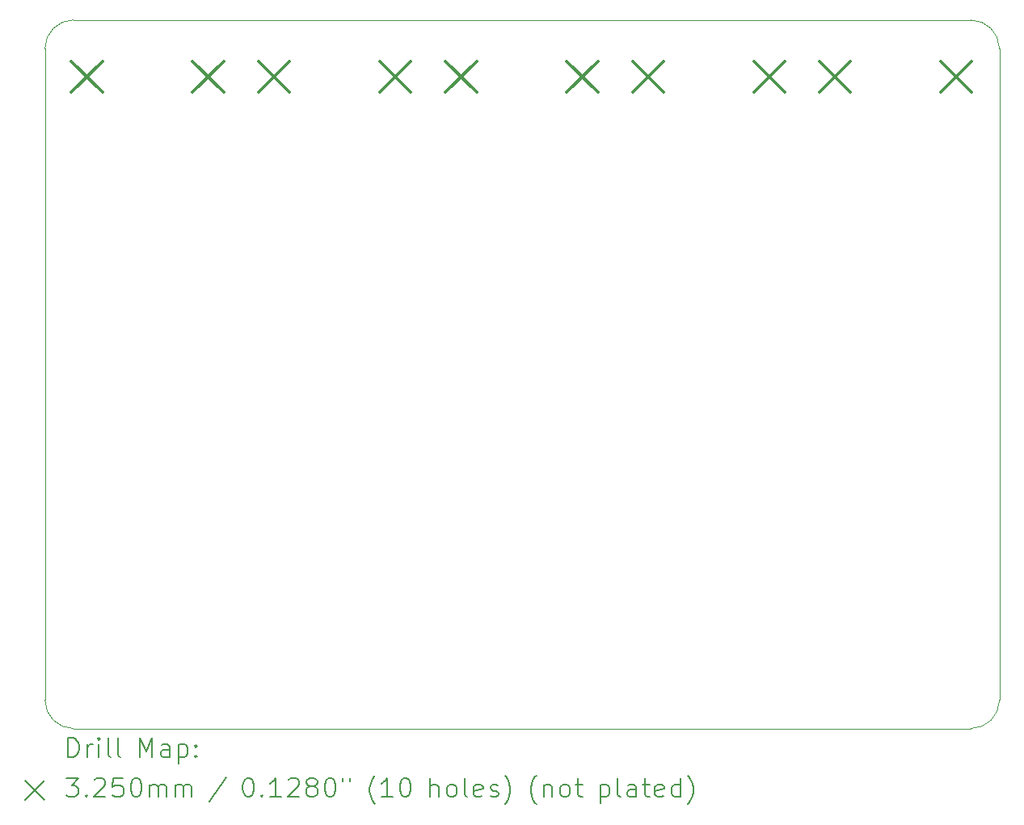
<source format=gbr>
%TF.GenerationSoftware,KiCad,Pcbnew,(7.0.0)*%
%TF.CreationDate,2023-06-14T17:51:45+02:00*%
%TF.ProjectId,Switch ETHERNET,53776974-6368-4204-9554-4845524e4554,rev?*%
%TF.SameCoordinates,Original*%
%TF.FileFunction,Drillmap*%
%TF.FilePolarity,Positive*%
%FSLAX45Y45*%
G04 Gerber Fmt 4.5, Leading zero omitted, Abs format (unit mm)*
G04 Created by KiCad (PCBNEW (7.0.0)) date 2023-06-14 17:51:45*
%MOMM*%
%LPD*%
G01*
G04 APERTURE LIST*
%ADD10C,0.100000*%
%ADD11C,0.200000*%
%ADD12C,0.325000*%
G04 APERTURE END LIST*
D10*
X15000000Y-9700000D02*
G75*
G03*
X15300000Y-10000000I300000J0D01*
G01*
X24700000Y-10000000D02*
G75*
G03*
X25000000Y-9700000I0J300000D01*
G01*
X15300000Y-10000000D02*
X24700000Y-10000000D01*
X25000000Y-9700000D02*
X24999000Y-2876000D01*
X15000000Y-9700000D02*
X15000000Y-2875000D01*
X24699000Y-2576000D02*
X15300000Y-2575000D01*
X24999000Y-2876000D02*
G75*
G03*
X24699000Y-2576000I-300000J0D01*
G01*
X15300000Y-2575000D02*
G75*
G03*
X15000000Y-2875000I0J-300000D01*
G01*
D11*
D12*
X15277900Y-3006500D02*
X15602900Y-3331500D01*
X15602900Y-3006500D02*
X15277900Y-3331500D01*
X16547900Y-3006500D02*
X16872900Y-3331500D01*
X16872900Y-3006500D02*
X16547900Y-3331500D01*
X17236700Y-3006500D02*
X17561700Y-3331500D01*
X17561700Y-3006500D02*
X17236700Y-3331500D01*
X18506700Y-3006500D02*
X18831700Y-3331500D01*
X18831700Y-3006500D02*
X18506700Y-3331500D01*
X19196500Y-3006500D02*
X19521500Y-3331500D01*
X19521500Y-3006500D02*
X19196500Y-3331500D01*
X20466500Y-3006500D02*
X20791500Y-3331500D01*
X20791500Y-3006500D02*
X20466500Y-3331500D01*
X21155100Y-3006500D02*
X21480100Y-3331500D01*
X21480100Y-3006500D02*
X21155100Y-3331500D01*
X22425100Y-3006500D02*
X22750100Y-3331500D01*
X22750100Y-3006500D02*
X22425100Y-3331500D01*
X23112500Y-3006500D02*
X23437500Y-3331500D01*
X23437500Y-3006500D02*
X23112500Y-3331500D01*
X24382500Y-3006500D02*
X24707500Y-3331500D01*
X24707500Y-3006500D02*
X24382500Y-3331500D01*
D11*
X15242619Y-10298476D02*
X15242619Y-10098476D01*
X15242619Y-10098476D02*
X15290238Y-10098476D01*
X15290238Y-10098476D02*
X15318809Y-10108000D01*
X15318809Y-10108000D02*
X15337857Y-10127048D01*
X15337857Y-10127048D02*
X15347381Y-10146095D01*
X15347381Y-10146095D02*
X15356905Y-10184190D01*
X15356905Y-10184190D02*
X15356905Y-10212762D01*
X15356905Y-10212762D02*
X15347381Y-10250857D01*
X15347381Y-10250857D02*
X15337857Y-10269905D01*
X15337857Y-10269905D02*
X15318809Y-10288952D01*
X15318809Y-10288952D02*
X15290238Y-10298476D01*
X15290238Y-10298476D02*
X15242619Y-10298476D01*
X15442619Y-10298476D02*
X15442619Y-10165143D01*
X15442619Y-10203238D02*
X15452143Y-10184190D01*
X15452143Y-10184190D02*
X15461667Y-10174667D01*
X15461667Y-10174667D02*
X15480714Y-10165143D01*
X15480714Y-10165143D02*
X15499762Y-10165143D01*
X15566428Y-10298476D02*
X15566428Y-10165143D01*
X15566428Y-10098476D02*
X15556905Y-10108000D01*
X15556905Y-10108000D02*
X15566428Y-10117524D01*
X15566428Y-10117524D02*
X15575952Y-10108000D01*
X15575952Y-10108000D02*
X15566428Y-10098476D01*
X15566428Y-10098476D02*
X15566428Y-10117524D01*
X15690238Y-10298476D02*
X15671190Y-10288952D01*
X15671190Y-10288952D02*
X15661667Y-10269905D01*
X15661667Y-10269905D02*
X15661667Y-10098476D01*
X15795000Y-10298476D02*
X15775952Y-10288952D01*
X15775952Y-10288952D02*
X15766428Y-10269905D01*
X15766428Y-10269905D02*
X15766428Y-10098476D01*
X15991190Y-10298476D02*
X15991190Y-10098476D01*
X15991190Y-10098476D02*
X16057857Y-10241333D01*
X16057857Y-10241333D02*
X16124524Y-10098476D01*
X16124524Y-10098476D02*
X16124524Y-10298476D01*
X16305476Y-10298476D02*
X16305476Y-10193714D01*
X16305476Y-10193714D02*
X16295952Y-10174667D01*
X16295952Y-10174667D02*
X16276905Y-10165143D01*
X16276905Y-10165143D02*
X16238809Y-10165143D01*
X16238809Y-10165143D02*
X16219762Y-10174667D01*
X16305476Y-10288952D02*
X16286428Y-10298476D01*
X16286428Y-10298476D02*
X16238809Y-10298476D01*
X16238809Y-10298476D02*
X16219762Y-10288952D01*
X16219762Y-10288952D02*
X16210238Y-10269905D01*
X16210238Y-10269905D02*
X16210238Y-10250857D01*
X16210238Y-10250857D02*
X16219762Y-10231810D01*
X16219762Y-10231810D02*
X16238809Y-10222286D01*
X16238809Y-10222286D02*
X16286428Y-10222286D01*
X16286428Y-10222286D02*
X16305476Y-10212762D01*
X16400714Y-10165143D02*
X16400714Y-10365143D01*
X16400714Y-10174667D02*
X16419762Y-10165143D01*
X16419762Y-10165143D02*
X16457857Y-10165143D01*
X16457857Y-10165143D02*
X16476905Y-10174667D01*
X16476905Y-10174667D02*
X16486428Y-10184190D01*
X16486428Y-10184190D02*
X16495952Y-10203238D01*
X16495952Y-10203238D02*
X16495952Y-10260381D01*
X16495952Y-10260381D02*
X16486428Y-10279429D01*
X16486428Y-10279429D02*
X16476905Y-10288952D01*
X16476905Y-10288952D02*
X16457857Y-10298476D01*
X16457857Y-10298476D02*
X16419762Y-10298476D01*
X16419762Y-10298476D02*
X16400714Y-10288952D01*
X16581667Y-10279429D02*
X16591190Y-10288952D01*
X16591190Y-10288952D02*
X16581667Y-10298476D01*
X16581667Y-10298476D02*
X16572143Y-10288952D01*
X16572143Y-10288952D02*
X16581667Y-10279429D01*
X16581667Y-10279429D02*
X16581667Y-10298476D01*
X16581667Y-10174667D02*
X16591190Y-10184190D01*
X16591190Y-10184190D02*
X16581667Y-10193714D01*
X16581667Y-10193714D02*
X16572143Y-10184190D01*
X16572143Y-10184190D02*
X16581667Y-10174667D01*
X16581667Y-10174667D02*
X16581667Y-10193714D01*
X14795000Y-10545000D02*
X14995000Y-10745000D01*
X14995000Y-10545000D02*
X14795000Y-10745000D01*
X15223571Y-10518476D02*
X15347381Y-10518476D01*
X15347381Y-10518476D02*
X15280714Y-10594667D01*
X15280714Y-10594667D02*
X15309286Y-10594667D01*
X15309286Y-10594667D02*
X15328333Y-10604190D01*
X15328333Y-10604190D02*
X15337857Y-10613714D01*
X15337857Y-10613714D02*
X15347381Y-10632762D01*
X15347381Y-10632762D02*
X15347381Y-10680381D01*
X15347381Y-10680381D02*
X15337857Y-10699429D01*
X15337857Y-10699429D02*
X15328333Y-10708952D01*
X15328333Y-10708952D02*
X15309286Y-10718476D01*
X15309286Y-10718476D02*
X15252143Y-10718476D01*
X15252143Y-10718476D02*
X15233095Y-10708952D01*
X15233095Y-10708952D02*
X15223571Y-10699429D01*
X15433095Y-10699429D02*
X15442619Y-10708952D01*
X15442619Y-10708952D02*
X15433095Y-10718476D01*
X15433095Y-10718476D02*
X15423571Y-10708952D01*
X15423571Y-10708952D02*
X15433095Y-10699429D01*
X15433095Y-10699429D02*
X15433095Y-10718476D01*
X15518809Y-10537524D02*
X15528333Y-10528000D01*
X15528333Y-10528000D02*
X15547381Y-10518476D01*
X15547381Y-10518476D02*
X15595000Y-10518476D01*
X15595000Y-10518476D02*
X15614048Y-10528000D01*
X15614048Y-10528000D02*
X15623571Y-10537524D01*
X15623571Y-10537524D02*
X15633095Y-10556571D01*
X15633095Y-10556571D02*
X15633095Y-10575619D01*
X15633095Y-10575619D02*
X15623571Y-10604190D01*
X15623571Y-10604190D02*
X15509286Y-10718476D01*
X15509286Y-10718476D02*
X15633095Y-10718476D01*
X15814048Y-10518476D02*
X15718809Y-10518476D01*
X15718809Y-10518476D02*
X15709286Y-10613714D01*
X15709286Y-10613714D02*
X15718809Y-10604190D01*
X15718809Y-10604190D02*
X15737857Y-10594667D01*
X15737857Y-10594667D02*
X15785476Y-10594667D01*
X15785476Y-10594667D02*
X15804524Y-10604190D01*
X15804524Y-10604190D02*
X15814048Y-10613714D01*
X15814048Y-10613714D02*
X15823571Y-10632762D01*
X15823571Y-10632762D02*
X15823571Y-10680381D01*
X15823571Y-10680381D02*
X15814048Y-10699429D01*
X15814048Y-10699429D02*
X15804524Y-10708952D01*
X15804524Y-10708952D02*
X15785476Y-10718476D01*
X15785476Y-10718476D02*
X15737857Y-10718476D01*
X15737857Y-10718476D02*
X15718809Y-10708952D01*
X15718809Y-10708952D02*
X15709286Y-10699429D01*
X15947381Y-10518476D02*
X15966429Y-10518476D01*
X15966429Y-10518476D02*
X15985476Y-10528000D01*
X15985476Y-10528000D02*
X15995000Y-10537524D01*
X15995000Y-10537524D02*
X16004524Y-10556571D01*
X16004524Y-10556571D02*
X16014048Y-10594667D01*
X16014048Y-10594667D02*
X16014048Y-10642286D01*
X16014048Y-10642286D02*
X16004524Y-10680381D01*
X16004524Y-10680381D02*
X15995000Y-10699429D01*
X15995000Y-10699429D02*
X15985476Y-10708952D01*
X15985476Y-10708952D02*
X15966429Y-10718476D01*
X15966429Y-10718476D02*
X15947381Y-10718476D01*
X15947381Y-10718476D02*
X15928333Y-10708952D01*
X15928333Y-10708952D02*
X15918809Y-10699429D01*
X15918809Y-10699429D02*
X15909286Y-10680381D01*
X15909286Y-10680381D02*
X15899762Y-10642286D01*
X15899762Y-10642286D02*
X15899762Y-10594667D01*
X15899762Y-10594667D02*
X15909286Y-10556571D01*
X15909286Y-10556571D02*
X15918809Y-10537524D01*
X15918809Y-10537524D02*
X15928333Y-10528000D01*
X15928333Y-10528000D02*
X15947381Y-10518476D01*
X16099762Y-10718476D02*
X16099762Y-10585143D01*
X16099762Y-10604190D02*
X16109286Y-10594667D01*
X16109286Y-10594667D02*
X16128333Y-10585143D01*
X16128333Y-10585143D02*
X16156905Y-10585143D01*
X16156905Y-10585143D02*
X16175952Y-10594667D01*
X16175952Y-10594667D02*
X16185476Y-10613714D01*
X16185476Y-10613714D02*
X16185476Y-10718476D01*
X16185476Y-10613714D02*
X16195000Y-10594667D01*
X16195000Y-10594667D02*
X16214048Y-10585143D01*
X16214048Y-10585143D02*
X16242619Y-10585143D01*
X16242619Y-10585143D02*
X16261667Y-10594667D01*
X16261667Y-10594667D02*
X16271190Y-10613714D01*
X16271190Y-10613714D02*
X16271190Y-10718476D01*
X16366429Y-10718476D02*
X16366429Y-10585143D01*
X16366429Y-10604190D02*
X16375952Y-10594667D01*
X16375952Y-10594667D02*
X16395000Y-10585143D01*
X16395000Y-10585143D02*
X16423571Y-10585143D01*
X16423571Y-10585143D02*
X16442619Y-10594667D01*
X16442619Y-10594667D02*
X16452143Y-10613714D01*
X16452143Y-10613714D02*
X16452143Y-10718476D01*
X16452143Y-10613714D02*
X16461667Y-10594667D01*
X16461667Y-10594667D02*
X16480714Y-10585143D01*
X16480714Y-10585143D02*
X16509286Y-10585143D01*
X16509286Y-10585143D02*
X16528333Y-10594667D01*
X16528333Y-10594667D02*
X16537857Y-10613714D01*
X16537857Y-10613714D02*
X16537857Y-10718476D01*
X16895952Y-10508952D02*
X16724524Y-10766095D01*
X17120714Y-10518476D02*
X17139762Y-10518476D01*
X17139762Y-10518476D02*
X17158810Y-10528000D01*
X17158810Y-10528000D02*
X17168333Y-10537524D01*
X17168333Y-10537524D02*
X17177857Y-10556571D01*
X17177857Y-10556571D02*
X17187381Y-10594667D01*
X17187381Y-10594667D02*
X17187381Y-10642286D01*
X17187381Y-10642286D02*
X17177857Y-10680381D01*
X17177857Y-10680381D02*
X17168333Y-10699429D01*
X17168333Y-10699429D02*
X17158810Y-10708952D01*
X17158810Y-10708952D02*
X17139762Y-10718476D01*
X17139762Y-10718476D02*
X17120714Y-10718476D01*
X17120714Y-10718476D02*
X17101667Y-10708952D01*
X17101667Y-10708952D02*
X17092143Y-10699429D01*
X17092143Y-10699429D02*
X17082619Y-10680381D01*
X17082619Y-10680381D02*
X17073095Y-10642286D01*
X17073095Y-10642286D02*
X17073095Y-10594667D01*
X17073095Y-10594667D02*
X17082619Y-10556571D01*
X17082619Y-10556571D02*
X17092143Y-10537524D01*
X17092143Y-10537524D02*
X17101667Y-10528000D01*
X17101667Y-10528000D02*
X17120714Y-10518476D01*
X17273095Y-10699429D02*
X17282619Y-10708952D01*
X17282619Y-10708952D02*
X17273095Y-10718476D01*
X17273095Y-10718476D02*
X17263572Y-10708952D01*
X17263572Y-10708952D02*
X17273095Y-10699429D01*
X17273095Y-10699429D02*
X17273095Y-10718476D01*
X17473095Y-10718476D02*
X17358810Y-10718476D01*
X17415952Y-10718476D02*
X17415952Y-10518476D01*
X17415952Y-10518476D02*
X17396905Y-10547048D01*
X17396905Y-10547048D02*
X17377857Y-10566095D01*
X17377857Y-10566095D02*
X17358810Y-10575619D01*
X17549286Y-10537524D02*
X17558810Y-10528000D01*
X17558810Y-10528000D02*
X17577857Y-10518476D01*
X17577857Y-10518476D02*
X17625476Y-10518476D01*
X17625476Y-10518476D02*
X17644524Y-10528000D01*
X17644524Y-10528000D02*
X17654048Y-10537524D01*
X17654048Y-10537524D02*
X17663572Y-10556571D01*
X17663572Y-10556571D02*
X17663572Y-10575619D01*
X17663572Y-10575619D02*
X17654048Y-10604190D01*
X17654048Y-10604190D02*
X17539762Y-10718476D01*
X17539762Y-10718476D02*
X17663572Y-10718476D01*
X17777857Y-10604190D02*
X17758810Y-10594667D01*
X17758810Y-10594667D02*
X17749286Y-10585143D01*
X17749286Y-10585143D02*
X17739762Y-10566095D01*
X17739762Y-10566095D02*
X17739762Y-10556571D01*
X17739762Y-10556571D02*
X17749286Y-10537524D01*
X17749286Y-10537524D02*
X17758810Y-10528000D01*
X17758810Y-10528000D02*
X17777857Y-10518476D01*
X17777857Y-10518476D02*
X17815953Y-10518476D01*
X17815953Y-10518476D02*
X17835000Y-10528000D01*
X17835000Y-10528000D02*
X17844524Y-10537524D01*
X17844524Y-10537524D02*
X17854048Y-10556571D01*
X17854048Y-10556571D02*
X17854048Y-10566095D01*
X17854048Y-10566095D02*
X17844524Y-10585143D01*
X17844524Y-10585143D02*
X17835000Y-10594667D01*
X17835000Y-10594667D02*
X17815953Y-10604190D01*
X17815953Y-10604190D02*
X17777857Y-10604190D01*
X17777857Y-10604190D02*
X17758810Y-10613714D01*
X17758810Y-10613714D02*
X17749286Y-10623238D01*
X17749286Y-10623238D02*
X17739762Y-10642286D01*
X17739762Y-10642286D02*
X17739762Y-10680381D01*
X17739762Y-10680381D02*
X17749286Y-10699429D01*
X17749286Y-10699429D02*
X17758810Y-10708952D01*
X17758810Y-10708952D02*
X17777857Y-10718476D01*
X17777857Y-10718476D02*
X17815953Y-10718476D01*
X17815953Y-10718476D02*
X17835000Y-10708952D01*
X17835000Y-10708952D02*
X17844524Y-10699429D01*
X17844524Y-10699429D02*
X17854048Y-10680381D01*
X17854048Y-10680381D02*
X17854048Y-10642286D01*
X17854048Y-10642286D02*
X17844524Y-10623238D01*
X17844524Y-10623238D02*
X17835000Y-10613714D01*
X17835000Y-10613714D02*
X17815953Y-10604190D01*
X17977857Y-10518476D02*
X17996905Y-10518476D01*
X17996905Y-10518476D02*
X18015953Y-10528000D01*
X18015953Y-10528000D02*
X18025476Y-10537524D01*
X18025476Y-10537524D02*
X18035000Y-10556571D01*
X18035000Y-10556571D02*
X18044524Y-10594667D01*
X18044524Y-10594667D02*
X18044524Y-10642286D01*
X18044524Y-10642286D02*
X18035000Y-10680381D01*
X18035000Y-10680381D02*
X18025476Y-10699429D01*
X18025476Y-10699429D02*
X18015953Y-10708952D01*
X18015953Y-10708952D02*
X17996905Y-10718476D01*
X17996905Y-10718476D02*
X17977857Y-10718476D01*
X17977857Y-10718476D02*
X17958810Y-10708952D01*
X17958810Y-10708952D02*
X17949286Y-10699429D01*
X17949286Y-10699429D02*
X17939762Y-10680381D01*
X17939762Y-10680381D02*
X17930238Y-10642286D01*
X17930238Y-10642286D02*
X17930238Y-10594667D01*
X17930238Y-10594667D02*
X17939762Y-10556571D01*
X17939762Y-10556571D02*
X17949286Y-10537524D01*
X17949286Y-10537524D02*
X17958810Y-10528000D01*
X17958810Y-10528000D02*
X17977857Y-10518476D01*
X18120714Y-10518476D02*
X18120714Y-10556571D01*
X18196905Y-10518476D02*
X18196905Y-10556571D01*
X18459762Y-10794667D02*
X18450238Y-10785143D01*
X18450238Y-10785143D02*
X18431191Y-10756571D01*
X18431191Y-10756571D02*
X18421667Y-10737524D01*
X18421667Y-10737524D02*
X18412143Y-10708952D01*
X18412143Y-10708952D02*
X18402619Y-10661333D01*
X18402619Y-10661333D02*
X18402619Y-10623238D01*
X18402619Y-10623238D02*
X18412143Y-10575619D01*
X18412143Y-10575619D02*
X18421667Y-10547048D01*
X18421667Y-10547048D02*
X18431191Y-10528000D01*
X18431191Y-10528000D02*
X18450238Y-10499429D01*
X18450238Y-10499429D02*
X18459762Y-10489905D01*
X18640714Y-10718476D02*
X18526429Y-10718476D01*
X18583572Y-10718476D02*
X18583572Y-10518476D01*
X18583572Y-10518476D02*
X18564524Y-10547048D01*
X18564524Y-10547048D02*
X18545476Y-10566095D01*
X18545476Y-10566095D02*
X18526429Y-10575619D01*
X18764524Y-10518476D02*
X18783572Y-10518476D01*
X18783572Y-10518476D02*
X18802619Y-10528000D01*
X18802619Y-10528000D02*
X18812143Y-10537524D01*
X18812143Y-10537524D02*
X18821667Y-10556571D01*
X18821667Y-10556571D02*
X18831191Y-10594667D01*
X18831191Y-10594667D02*
X18831191Y-10642286D01*
X18831191Y-10642286D02*
X18821667Y-10680381D01*
X18821667Y-10680381D02*
X18812143Y-10699429D01*
X18812143Y-10699429D02*
X18802619Y-10708952D01*
X18802619Y-10708952D02*
X18783572Y-10718476D01*
X18783572Y-10718476D02*
X18764524Y-10718476D01*
X18764524Y-10718476D02*
X18745476Y-10708952D01*
X18745476Y-10708952D02*
X18735953Y-10699429D01*
X18735953Y-10699429D02*
X18726429Y-10680381D01*
X18726429Y-10680381D02*
X18716905Y-10642286D01*
X18716905Y-10642286D02*
X18716905Y-10594667D01*
X18716905Y-10594667D02*
X18726429Y-10556571D01*
X18726429Y-10556571D02*
X18735953Y-10537524D01*
X18735953Y-10537524D02*
X18745476Y-10528000D01*
X18745476Y-10528000D02*
X18764524Y-10518476D01*
X19036905Y-10718476D02*
X19036905Y-10518476D01*
X19122619Y-10718476D02*
X19122619Y-10613714D01*
X19122619Y-10613714D02*
X19113095Y-10594667D01*
X19113095Y-10594667D02*
X19094048Y-10585143D01*
X19094048Y-10585143D02*
X19065476Y-10585143D01*
X19065476Y-10585143D02*
X19046429Y-10594667D01*
X19046429Y-10594667D02*
X19036905Y-10604190D01*
X19246429Y-10718476D02*
X19227381Y-10708952D01*
X19227381Y-10708952D02*
X19217857Y-10699429D01*
X19217857Y-10699429D02*
X19208334Y-10680381D01*
X19208334Y-10680381D02*
X19208334Y-10623238D01*
X19208334Y-10623238D02*
X19217857Y-10604190D01*
X19217857Y-10604190D02*
X19227381Y-10594667D01*
X19227381Y-10594667D02*
X19246429Y-10585143D01*
X19246429Y-10585143D02*
X19275000Y-10585143D01*
X19275000Y-10585143D02*
X19294048Y-10594667D01*
X19294048Y-10594667D02*
X19303572Y-10604190D01*
X19303572Y-10604190D02*
X19313095Y-10623238D01*
X19313095Y-10623238D02*
X19313095Y-10680381D01*
X19313095Y-10680381D02*
X19303572Y-10699429D01*
X19303572Y-10699429D02*
X19294048Y-10708952D01*
X19294048Y-10708952D02*
X19275000Y-10718476D01*
X19275000Y-10718476D02*
X19246429Y-10718476D01*
X19427381Y-10718476D02*
X19408334Y-10708952D01*
X19408334Y-10708952D02*
X19398810Y-10689905D01*
X19398810Y-10689905D02*
X19398810Y-10518476D01*
X19579762Y-10708952D02*
X19560715Y-10718476D01*
X19560715Y-10718476D02*
X19522619Y-10718476D01*
X19522619Y-10718476D02*
X19503572Y-10708952D01*
X19503572Y-10708952D02*
X19494048Y-10689905D01*
X19494048Y-10689905D02*
X19494048Y-10613714D01*
X19494048Y-10613714D02*
X19503572Y-10594667D01*
X19503572Y-10594667D02*
X19522619Y-10585143D01*
X19522619Y-10585143D02*
X19560715Y-10585143D01*
X19560715Y-10585143D02*
X19579762Y-10594667D01*
X19579762Y-10594667D02*
X19589286Y-10613714D01*
X19589286Y-10613714D02*
X19589286Y-10632762D01*
X19589286Y-10632762D02*
X19494048Y-10651810D01*
X19665476Y-10708952D02*
X19684524Y-10718476D01*
X19684524Y-10718476D02*
X19722619Y-10718476D01*
X19722619Y-10718476D02*
X19741667Y-10708952D01*
X19741667Y-10708952D02*
X19751191Y-10689905D01*
X19751191Y-10689905D02*
X19751191Y-10680381D01*
X19751191Y-10680381D02*
X19741667Y-10661333D01*
X19741667Y-10661333D02*
X19722619Y-10651810D01*
X19722619Y-10651810D02*
X19694048Y-10651810D01*
X19694048Y-10651810D02*
X19675000Y-10642286D01*
X19675000Y-10642286D02*
X19665476Y-10623238D01*
X19665476Y-10623238D02*
X19665476Y-10613714D01*
X19665476Y-10613714D02*
X19675000Y-10594667D01*
X19675000Y-10594667D02*
X19694048Y-10585143D01*
X19694048Y-10585143D02*
X19722619Y-10585143D01*
X19722619Y-10585143D02*
X19741667Y-10594667D01*
X19817857Y-10794667D02*
X19827381Y-10785143D01*
X19827381Y-10785143D02*
X19846429Y-10756571D01*
X19846429Y-10756571D02*
X19855953Y-10737524D01*
X19855953Y-10737524D02*
X19865476Y-10708952D01*
X19865476Y-10708952D02*
X19875000Y-10661333D01*
X19875000Y-10661333D02*
X19875000Y-10623238D01*
X19875000Y-10623238D02*
X19865476Y-10575619D01*
X19865476Y-10575619D02*
X19855953Y-10547048D01*
X19855953Y-10547048D02*
X19846429Y-10528000D01*
X19846429Y-10528000D02*
X19827381Y-10499429D01*
X19827381Y-10499429D02*
X19817857Y-10489905D01*
X20147381Y-10794667D02*
X20137857Y-10785143D01*
X20137857Y-10785143D02*
X20118810Y-10756571D01*
X20118810Y-10756571D02*
X20109286Y-10737524D01*
X20109286Y-10737524D02*
X20099762Y-10708952D01*
X20099762Y-10708952D02*
X20090238Y-10661333D01*
X20090238Y-10661333D02*
X20090238Y-10623238D01*
X20090238Y-10623238D02*
X20099762Y-10575619D01*
X20099762Y-10575619D02*
X20109286Y-10547048D01*
X20109286Y-10547048D02*
X20118810Y-10528000D01*
X20118810Y-10528000D02*
X20137857Y-10499429D01*
X20137857Y-10499429D02*
X20147381Y-10489905D01*
X20223572Y-10585143D02*
X20223572Y-10718476D01*
X20223572Y-10604190D02*
X20233095Y-10594667D01*
X20233095Y-10594667D02*
X20252143Y-10585143D01*
X20252143Y-10585143D02*
X20280715Y-10585143D01*
X20280715Y-10585143D02*
X20299762Y-10594667D01*
X20299762Y-10594667D02*
X20309286Y-10613714D01*
X20309286Y-10613714D02*
X20309286Y-10718476D01*
X20433095Y-10718476D02*
X20414048Y-10708952D01*
X20414048Y-10708952D02*
X20404524Y-10699429D01*
X20404524Y-10699429D02*
X20395000Y-10680381D01*
X20395000Y-10680381D02*
X20395000Y-10623238D01*
X20395000Y-10623238D02*
X20404524Y-10604190D01*
X20404524Y-10604190D02*
X20414048Y-10594667D01*
X20414048Y-10594667D02*
X20433095Y-10585143D01*
X20433095Y-10585143D02*
X20461667Y-10585143D01*
X20461667Y-10585143D02*
X20480715Y-10594667D01*
X20480715Y-10594667D02*
X20490238Y-10604190D01*
X20490238Y-10604190D02*
X20499762Y-10623238D01*
X20499762Y-10623238D02*
X20499762Y-10680381D01*
X20499762Y-10680381D02*
X20490238Y-10699429D01*
X20490238Y-10699429D02*
X20480715Y-10708952D01*
X20480715Y-10708952D02*
X20461667Y-10718476D01*
X20461667Y-10718476D02*
X20433095Y-10718476D01*
X20556905Y-10585143D02*
X20633095Y-10585143D01*
X20585476Y-10518476D02*
X20585476Y-10689905D01*
X20585476Y-10689905D02*
X20595000Y-10708952D01*
X20595000Y-10708952D02*
X20614048Y-10718476D01*
X20614048Y-10718476D02*
X20633095Y-10718476D01*
X20819762Y-10585143D02*
X20819762Y-10785143D01*
X20819762Y-10594667D02*
X20838810Y-10585143D01*
X20838810Y-10585143D02*
X20876905Y-10585143D01*
X20876905Y-10585143D02*
X20895953Y-10594667D01*
X20895953Y-10594667D02*
X20905476Y-10604190D01*
X20905476Y-10604190D02*
X20915000Y-10623238D01*
X20915000Y-10623238D02*
X20915000Y-10680381D01*
X20915000Y-10680381D02*
X20905476Y-10699429D01*
X20905476Y-10699429D02*
X20895953Y-10708952D01*
X20895953Y-10708952D02*
X20876905Y-10718476D01*
X20876905Y-10718476D02*
X20838810Y-10718476D01*
X20838810Y-10718476D02*
X20819762Y-10708952D01*
X21029286Y-10718476D02*
X21010238Y-10708952D01*
X21010238Y-10708952D02*
X21000715Y-10689905D01*
X21000715Y-10689905D02*
X21000715Y-10518476D01*
X21191191Y-10718476D02*
X21191191Y-10613714D01*
X21191191Y-10613714D02*
X21181667Y-10594667D01*
X21181667Y-10594667D02*
X21162619Y-10585143D01*
X21162619Y-10585143D02*
X21124524Y-10585143D01*
X21124524Y-10585143D02*
X21105476Y-10594667D01*
X21191191Y-10708952D02*
X21172143Y-10718476D01*
X21172143Y-10718476D02*
X21124524Y-10718476D01*
X21124524Y-10718476D02*
X21105476Y-10708952D01*
X21105476Y-10708952D02*
X21095953Y-10689905D01*
X21095953Y-10689905D02*
X21095953Y-10670857D01*
X21095953Y-10670857D02*
X21105476Y-10651810D01*
X21105476Y-10651810D02*
X21124524Y-10642286D01*
X21124524Y-10642286D02*
X21172143Y-10642286D01*
X21172143Y-10642286D02*
X21191191Y-10632762D01*
X21257857Y-10585143D02*
X21334048Y-10585143D01*
X21286429Y-10518476D02*
X21286429Y-10689905D01*
X21286429Y-10689905D02*
X21295953Y-10708952D01*
X21295953Y-10708952D02*
X21315000Y-10718476D01*
X21315000Y-10718476D02*
X21334048Y-10718476D01*
X21476905Y-10708952D02*
X21457857Y-10718476D01*
X21457857Y-10718476D02*
X21419762Y-10718476D01*
X21419762Y-10718476D02*
X21400715Y-10708952D01*
X21400715Y-10708952D02*
X21391191Y-10689905D01*
X21391191Y-10689905D02*
X21391191Y-10613714D01*
X21391191Y-10613714D02*
X21400715Y-10594667D01*
X21400715Y-10594667D02*
X21419762Y-10585143D01*
X21419762Y-10585143D02*
X21457857Y-10585143D01*
X21457857Y-10585143D02*
X21476905Y-10594667D01*
X21476905Y-10594667D02*
X21486429Y-10613714D01*
X21486429Y-10613714D02*
X21486429Y-10632762D01*
X21486429Y-10632762D02*
X21391191Y-10651810D01*
X21657857Y-10718476D02*
X21657857Y-10518476D01*
X21657857Y-10708952D02*
X21638810Y-10718476D01*
X21638810Y-10718476D02*
X21600715Y-10718476D01*
X21600715Y-10718476D02*
X21581667Y-10708952D01*
X21581667Y-10708952D02*
X21572143Y-10699429D01*
X21572143Y-10699429D02*
X21562619Y-10680381D01*
X21562619Y-10680381D02*
X21562619Y-10623238D01*
X21562619Y-10623238D02*
X21572143Y-10604190D01*
X21572143Y-10604190D02*
X21581667Y-10594667D01*
X21581667Y-10594667D02*
X21600715Y-10585143D01*
X21600715Y-10585143D02*
X21638810Y-10585143D01*
X21638810Y-10585143D02*
X21657857Y-10594667D01*
X21734048Y-10794667D02*
X21743572Y-10785143D01*
X21743572Y-10785143D02*
X21762619Y-10756571D01*
X21762619Y-10756571D02*
X21772143Y-10737524D01*
X21772143Y-10737524D02*
X21781667Y-10708952D01*
X21781667Y-10708952D02*
X21791191Y-10661333D01*
X21791191Y-10661333D02*
X21791191Y-10623238D01*
X21791191Y-10623238D02*
X21781667Y-10575619D01*
X21781667Y-10575619D02*
X21772143Y-10547048D01*
X21772143Y-10547048D02*
X21762619Y-10528000D01*
X21762619Y-10528000D02*
X21743572Y-10499429D01*
X21743572Y-10499429D02*
X21734048Y-10489905D01*
M02*

</source>
